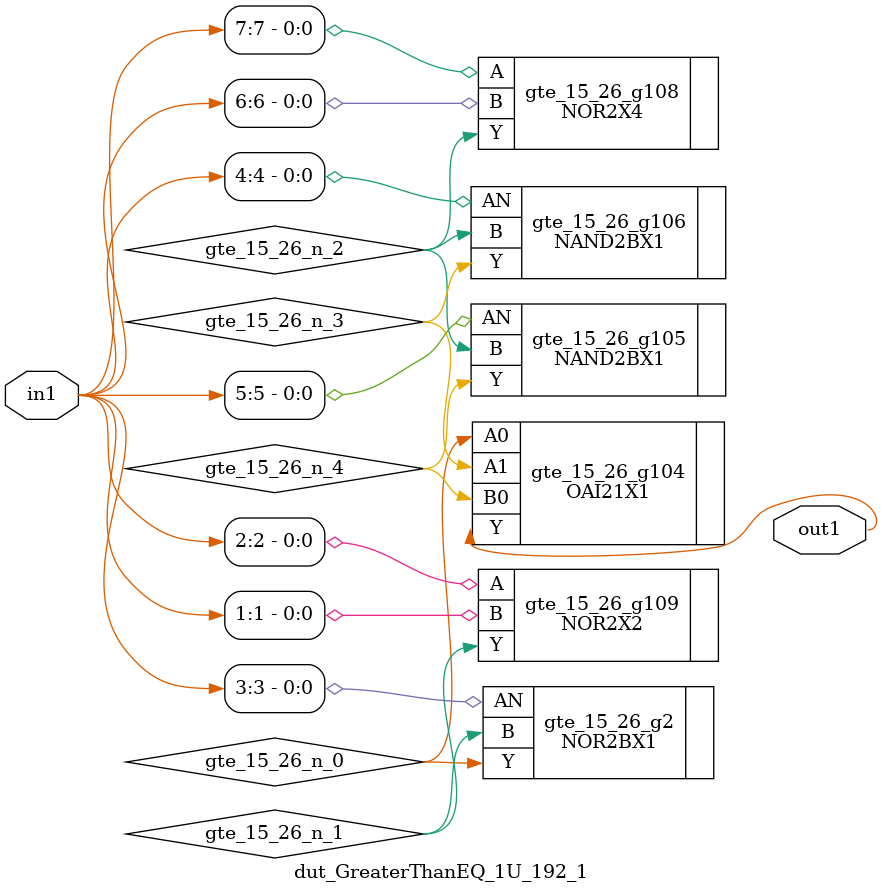
<source format=v>
`timescale 1ps / 1ps


module dut_GreaterThanEQ_1U_192_1(in1, out1);
  input [7:0] in1;
  output out1;
  wire [7:0] in1;
  wire out1;
  wire gte_15_26_n_0, gte_15_26_n_1, gte_15_26_n_2, gte_15_26_n_3,
       gte_15_26_n_4;
  OAI21X1 gte_15_26_g104(.A0 (gte_15_26_n_0), .A1 (gte_15_26_n_3), .B0
       (gte_15_26_n_4), .Y (out1));
  NAND2BX1 gte_15_26_g105(.AN (in1[5]), .B (gte_15_26_n_2), .Y
       (gte_15_26_n_4));
  NAND2BX1 gte_15_26_g106(.AN (in1[4]), .B (gte_15_26_n_2), .Y
       (gte_15_26_n_3));
  NOR2X4 gte_15_26_g108(.A (in1[7]), .B (in1[6]), .Y (gte_15_26_n_2));
  NOR2X2 gte_15_26_g109(.A (in1[2]), .B (in1[1]), .Y (gte_15_26_n_1));
  NOR2BX1 gte_15_26_g2(.AN (in1[3]), .B (gte_15_26_n_1), .Y
       (gte_15_26_n_0));
endmodule



</source>
